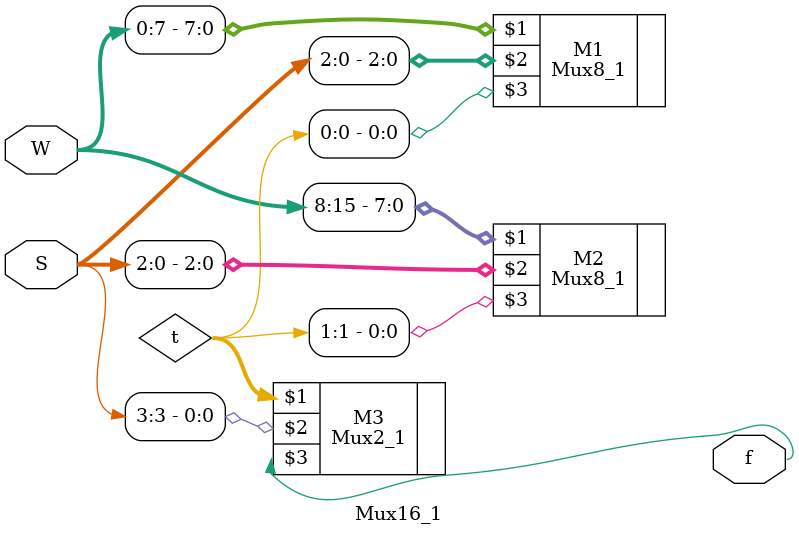
<source format=v>
`include "Mux8_1.v"
`include "Mux2_1.v"
module Mux16_1(W,S,f);
input [0:15]W;
input [3:0]S;
wire [0:1]t;
output f;
Mux8_1 M1(W[0:7],S[2:0],t[0]);
Mux8_1 M2(W[8:15],S[2:0],t[1]);
Mux2_1 M3(t,S[3],f);
endmodule


</source>
